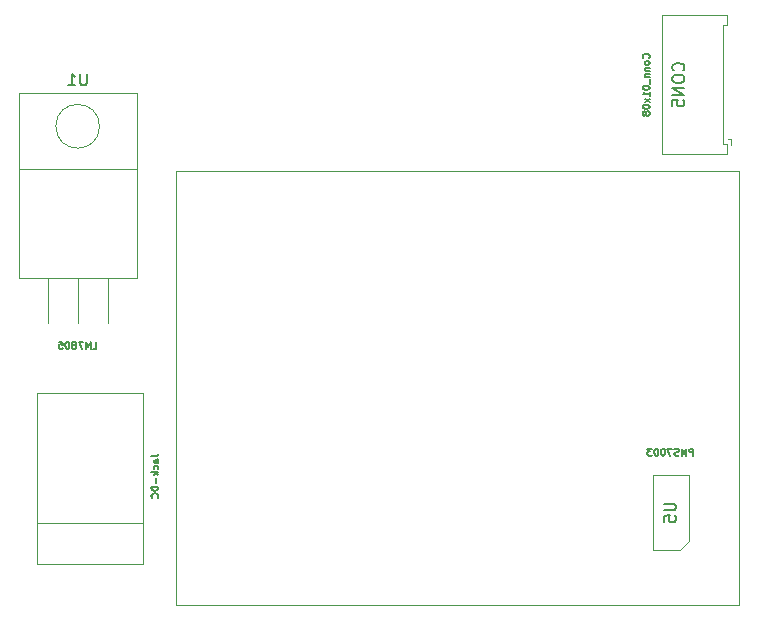
<source format=gbr>
G04 #@! TF.FileFunction,Other,Fab,Bot*
%FSLAX46Y46*%
G04 Gerber Fmt 4.6, Leading zero omitted, Abs format (unit mm)*
G04 Created by KiCad (PCBNEW 4.0.7) date 2018 March 10, Saturday 13:23:40*
%MOMM*%
%LPD*%
G01*
G04 APERTURE LIST*
%ADD10C,0.100000*%
%ADD11C,0.150000*%
G04 APERTURE END LIST*
D10*
X127800000Y-96800000D02*
X80100000Y-96800000D01*
X80100000Y-96800000D02*
X80100000Y-60100000D01*
X80100000Y-60100000D02*
X127800000Y-60100000D01*
X127800000Y-60100000D02*
X127800000Y-96800000D01*
X120475000Y-92175000D02*
X122762500Y-92175000D01*
X122762500Y-92175000D02*
X123525000Y-91412500D01*
X123525000Y-91412500D02*
X123525000Y-85825000D01*
X123525000Y-85825000D02*
X120475000Y-85825000D01*
X120475000Y-85825000D02*
X120475000Y-92175000D01*
X77350000Y-89900000D02*
X68350000Y-89900000D01*
X77350000Y-93400000D02*
X68350000Y-93400000D01*
X68350000Y-93400000D02*
X68350000Y-78900000D01*
X68350000Y-78900000D02*
X77350000Y-78900000D01*
X77350000Y-78900000D02*
X77350000Y-93400000D01*
X126850000Y-57400000D02*
X127150000Y-57400000D01*
X127150000Y-57400000D02*
X127150000Y-57900000D01*
X126450000Y-52775000D02*
X126450000Y-57800000D01*
X126450000Y-57800000D02*
X126750000Y-57800000D01*
X126750000Y-57800000D02*
X126750000Y-58650000D01*
X126750000Y-58650000D02*
X121250000Y-58650000D01*
X121250000Y-58650000D02*
X121250000Y-52775000D01*
X126450000Y-52775000D02*
X126450000Y-47750000D01*
X126450000Y-47750000D02*
X126750000Y-47750000D01*
X126750000Y-47750000D02*
X126750000Y-46900000D01*
X126750000Y-46900000D02*
X121250000Y-46900000D01*
X121250000Y-46900000D02*
X121250000Y-52775000D01*
X76800000Y-59900000D02*
X76800000Y-53500000D01*
X76800000Y-53500000D02*
X66800000Y-53500000D01*
X66800000Y-53500000D02*
X66800000Y-59900000D01*
X66800000Y-59900000D02*
X76800000Y-59900000D01*
X76800000Y-69150000D02*
X76800000Y-59900000D01*
X76800000Y-59900000D02*
X66800000Y-59900000D01*
X66800000Y-59900000D02*
X66800000Y-69150000D01*
X66800000Y-69150000D02*
X76800000Y-69150000D01*
X74340000Y-69150000D02*
X74340000Y-72960000D01*
X71800000Y-69150000D02*
X71800000Y-72960000D01*
X69260000Y-69150000D02*
X69260000Y-72960000D01*
X73650000Y-56300000D02*
G75*
G03X73650000Y-56300000I-1850000J0D01*
G01*
D11*
X123928572Y-84191429D02*
X123928572Y-83591429D01*
X123700000Y-83591429D01*
X123642858Y-83620000D01*
X123614286Y-83648571D01*
X123585715Y-83705714D01*
X123585715Y-83791429D01*
X123614286Y-83848571D01*
X123642858Y-83877143D01*
X123700000Y-83905714D01*
X123928572Y-83905714D01*
X123328572Y-84191429D02*
X123328572Y-83591429D01*
X123128572Y-84020000D01*
X122928572Y-83591429D01*
X122928572Y-84191429D01*
X122671429Y-84162857D02*
X122585715Y-84191429D01*
X122442858Y-84191429D01*
X122385715Y-84162857D01*
X122357144Y-84134286D01*
X122328572Y-84077143D01*
X122328572Y-84020000D01*
X122357144Y-83962857D01*
X122385715Y-83934286D01*
X122442858Y-83905714D01*
X122557144Y-83877143D01*
X122614286Y-83848571D01*
X122642858Y-83820000D01*
X122671429Y-83762857D01*
X122671429Y-83705714D01*
X122642858Y-83648571D01*
X122614286Y-83620000D01*
X122557144Y-83591429D01*
X122414286Y-83591429D01*
X122328572Y-83620000D01*
X122128572Y-83591429D02*
X121728572Y-83591429D01*
X121985715Y-84191429D01*
X121385714Y-83591429D02*
X121328571Y-83591429D01*
X121271428Y-83620000D01*
X121242857Y-83648571D01*
X121214286Y-83705714D01*
X121185714Y-83820000D01*
X121185714Y-83962857D01*
X121214286Y-84077143D01*
X121242857Y-84134286D01*
X121271428Y-84162857D01*
X121328571Y-84191429D01*
X121385714Y-84191429D01*
X121442857Y-84162857D01*
X121471428Y-84134286D01*
X121500000Y-84077143D01*
X121528571Y-83962857D01*
X121528571Y-83820000D01*
X121500000Y-83705714D01*
X121471428Y-83648571D01*
X121442857Y-83620000D01*
X121385714Y-83591429D01*
X120814285Y-83591429D02*
X120757142Y-83591429D01*
X120699999Y-83620000D01*
X120671428Y-83648571D01*
X120642857Y-83705714D01*
X120614285Y-83820000D01*
X120614285Y-83962857D01*
X120642857Y-84077143D01*
X120671428Y-84134286D01*
X120699999Y-84162857D01*
X120757142Y-84191429D01*
X120814285Y-84191429D01*
X120871428Y-84162857D01*
X120899999Y-84134286D01*
X120928571Y-84077143D01*
X120957142Y-83962857D01*
X120957142Y-83820000D01*
X120928571Y-83705714D01*
X120899999Y-83648571D01*
X120871428Y-83620000D01*
X120814285Y-83591429D01*
X120414285Y-83591429D02*
X120042856Y-83591429D01*
X120242856Y-83820000D01*
X120157142Y-83820000D01*
X120099999Y-83848571D01*
X120071428Y-83877143D01*
X120042856Y-83934286D01*
X120042856Y-84077143D01*
X120071428Y-84134286D01*
X120099999Y-84162857D01*
X120157142Y-84191429D01*
X120328570Y-84191429D01*
X120385713Y-84162857D01*
X120414285Y-84134286D01*
X121452381Y-88238095D02*
X122261905Y-88238095D01*
X122357143Y-88285714D01*
X122404762Y-88333333D01*
X122452381Y-88428571D01*
X122452381Y-88619048D01*
X122404762Y-88714286D01*
X122357143Y-88761905D01*
X122261905Y-88809524D01*
X121452381Y-88809524D01*
X121452381Y-89761905D02*
X121452381Y-89285714D01*
X121928571Y-89238095D01*
X121880952Y-89285714D01*
X121833333Y-89380952D01*
X121833333Y-89619048D01*
X121880952Y-89714286D01*
X121928571Y-89761905D01*
X122023810Y-89809524D01*
X122261905Y-89809524D01*
X122357143Y-89761905D01*
X122404762Y-89714286D01*
X122452381Y-89619048D01*
X122452381Y-89380952D01*
X122404762Y-89285714D01*
X122357143Y-89238095D01*
X78021429Y-84242858D02*
X78450000Y-84242858D01*
X78535714Y-84214286D01*
X78592857Y-84157143D01*
X78621429Y-84071429D01*
X78621429Y-84014286D01*
X78621429Y-84785715D02*
X78307143Y-84785715D01*
X78250000Y-84757144D01*
X78221429Y-84700001D01*
X78221429Y-84585715D01*
X78250000Y-84528572D01*
X78592857Y-84785715D02*
X78621429Y-84728572D01*
X78621429Y-84585715D01*
X78592857Y-84528572D01*
X78535714Y-84500001D01*
X78478571Y-84500001D01*
X78421429Y-84528572D01*
X78392857Y-84585715D01*
X78392857Y-84728572D01*
X78364286Y-84785715D01*
X78592857Y-85328572D02*
X78621429Y-85271429D01*
X78621429Y-85157143D01*
X78592857Y-85100001D01*
X78564286Y-85071429D01*
X78507143Y-85042858D01*
X78335714Y-85042858D01*
X78278571Y-85071429D01*
X78250000Y-85100001D01*
X78221429Y-85157143D01*
X78221429Y-85271429D01*
X78250000Y-85328572D01*
X78621429Y-85585715D02*
X78021429Y-85585715D01*
X78392857Y-85642858D02*
X78621429Y-85814287D01*
X78221429Y-85814287D02*
X78450000Y-85585715D01*
X78392857Y-86071429D02*
X78392857Y-86528572D01*
X78621429Y-86814286D02*
X78021429Y-86814286D01*
X78021429Y-86957143D01*
X78050000Y-87042858D01*
X78107143Y-87100000D01*
X78164286Y-87128572D01*
X78278571Y-87157143D01*
X78364286Y-87157143D01*
X78478571Y-87128572D01*
X78535714Y-87100000D01*
X78592857Y-87042858D01*
X78621429Y-86957143D01*
X78621429Y-86814286D01*
X78564286Y-87757143D02*
X78592857Y-87728572D01*
X78621429Y-87642858D01*
X78621429Y-87585715D01*
X78592857Y-87500000D01*
X78535714Y-87442858D01*
X78478571Y-87414286D01*
X78364286Y-87385715D01*
X78278571Y-87385715D01*
X78164286Y-87414286D01*
X78107143Y-87442858D01*
X78050000Y-87500000D01*
X78021429Y-87585715D01*
X78021429Y-87642858D01*
X78050000Y-87728572D01*
X78078571Y-87757143D01*
X120164286Y-50532142D02*
X120192857Y-50503571D01*
X120221429Y-50417857D01*
X120221429Y-50360714D01*
X120192857Y-50274999D01*
X120135714Y-50217857D01*
X120078571Y-50189285D01*
X119964286Y-50160714D01*
X119878571Y-50160714D01*
X119764286Y-50189285D01*
X119707143Y-50217857D01*
X119650000Y-50274999D01*
X119621429Y-50360714D01*
X119621429Y-50417857D01*
X119650000Y-50503571D01*
X119678571Y-50532142D01*
X120221429Y-50874999D02*
X120192857Y-50817857D01*
X120164286Y-50789285D01*
X120107143Y-50760714D01*
X119935714Y-50760714D01*
X119878571Y-50789285D01*
X119850000Y-50817857D01*
X119821429Y-50874999D01*
X119821429Y-50960714D01*
X119850000Y-51017857D01*
X119878571Y-51046428D01*
X119935714Y-51074999D01*
X120107143Y-51074999D01*
X120164286Y-51046428D01*
X120192857Y-51017857D01*
X120221429Y-50960714D01*
X120221429Y-50874999D01*
X119821429Y-51332142D02*
X120221429Y-51332142D01*
X119878571Y-51332142D02*
X119850000Y-51360714D01*
X119821429Y-51417856D01*
X119821429Y-51503571D01*
X119850000Y-51560714D01*
X119907143Y-51589285D01*
X120221429Y-51589285D01*
X119821429Y-51874999D02*
X120221429Y-51874999D01*
X119878571Y-51874999D02*
X119850000Y-51903571D01*
X119821429Y-51960713D01*
X119821429Y-52046428D01*
X119850000Y-52103571D01*
X119907143Y-52132142D01*
X120221429Y-52132142D01*
X120278571Y-52274999D02*
X120278571Y-52732142D01*
X119621429Y-52989285D02*
X119621429Y-53046428D01*
X119650000Y-53103571D01*
X119678571Y-53132142D01*
X119735714Y-53160713D01*
X119850000Y-53189285D01*
X119992857Y-53189285D01*
X120107143Y-53160713D01*
X120164286Y-53132142D01*
X120192857Y-53103571D01*
X120221429Y-53046428D01*
X120221429Y-52989285D01*
X120192857Y-52932142D01*
X120164286Y-52903571D01*
X120107143Y-52874999D01*
X119992857Y-52846428D01*
X119850000Y-52846428D01*
X119735714Y-52874999D01*
X119678571Y-52903571D01*
X119650000Y-52932142D01*
X119621429Y-52989285D01*
X120221429Y-53760714D02*
X120221429Y-53417857D01*
X120221429Y-53589285D02*
X119621429Y-53589285D01*
X119707143Y-53532142D01*
X119764286Y-53475000D01*
X119792857Y-53417857D01*
X120221429Y-53960714D02*
X119821429Y-54275000D01*
X119821429Y-53960714D02*
X120221429Y-54275000D01*
X119621429Y-54617857D02*
X119621429Y-54675000D01*
X119650000Y-54732143D01*
X119678571Y-54760714D01*
X119735714Y-54789285D01*
X119850000Y-54817857D01*
X119992857Y-54817857D01*
X120107143Y-54789285D01*
X120164286Y-54760714D01*
X120192857Y-54732143D01*
X120221429Y-54675000D01*
X120221429Y-54617857D01*
X120192857Y-54560714D01*
X120164286Y-54532143D01*
X120107143Y-54503571D01*
X119992857Y-54475000D01*
X119850000Y-54475000D01*
X119735714Y-54503571D01*
X119678571Y-54532143D01*
X119650000Y-54560714D01*
X119621429Y-54617857D01*
X119878571Y-55160714D02*
X119850000Y-55103572D01*
X119821429Y-55075000D01*
X119764286Y-55046429D01*
X119735714Y-55046429D01*
X119678571Y-55075000D01*
X119650000Y-55103572D01*
X119621429Y-55160714D01*
X119621429Y-55275000D01*
X119650000Y-55332143D01*
X119678571Y-55360714D01*
X119735714Y-55389286D01*
X119764286Y-55389286D01*
X119821429Y-55360714D01*
X119850000Y-55332143D01*
X119878571Y-55275000D01*
X119878571Y-55160714D01*
X119907143Y-55103572D01*
X119935714Y-55075000D01*
X119992857Y-55046429D01*
X120107143Y-55046429D01*
X120164286Y-55075000D01*
X120192857Y-55103572D01*
X120221429Y-55160714D01*
X120221429Y-55275000D01*
X120192857Y-55332143D01*
X120164286Y-55360714D01*
X120107143Y-55389286D01*
X119992857Y-55389286D01*
X119935714Y-55360714D01*
X119907143Y-55332143D01*
X119878571Y-55275000D01*
X123057143Y-51560715D02*
X123104762Y-51513096D01*
X123152381Y-51370239D01*
X123152381Y-51275001D01*
X123104762Y-51132143D01*
X123009524Y-51036905D01*
X122914286Y-50989286D01*
X122723810Y-50941667D01*
X122580952Y-50941667D01*
X122390476Y-50989286D01*
X122295238Y-51036905D01*
X122200000Y-51132143D01*
X122152381Y-51275001D01*
X122152381Y-51370239D01*
X122200000Y-51513096D01*
X122247619Y-51560715D01*
X122152381Y-52179762D02*
X122152381Y-52370239D01*
X122200000Y-52465477D01*
X122295238Y-52560715D01*
X122485714Y-52608334D01*
X122819048Y-52608334D01*
X123009524Y-52560715D01*
X123104762Y-52465477D01*
X123152381Y-52370239D01*
X123152381Y-52179762D01*
X123104762Y-52084524D01*
X123009524Y-51989286D01*
X122819048Y-51941667D01*
X122485714Y-51941667D01*
X122295238Y-51989286D01*
X122200000Y-52084524D01*
X122152381Y-52179762D01*
X123152381Y-53036905D02*
X122152381Y-53036905D01*
X123152381Y-53608334D01*
X122152381Y-53608334D01*
X122152381Y-54560715D02*
X122152381Y-54084524D01*
X122628571Y-54036905D01*
X122580952Y-54084524D01*
X122533333Y-54179762D01*
X122533333Y-54417858D01*
X122580952Y-54513096D01*
X122628571Y-54560715D01*
X122723810Y-54608334D01*
X122961905Y-54608334D01*
X123057143Y-54560715D01*
X123104762Y-54513096D01*
X123152381Y-54417858D01*
X123152381Y-54179762D01*
X123104762Y-54084524D01*
X123057143Y-54036905D01*
X73100001Y-75131429D02*
X73385715Y-75131429D01*
X73385715Y-74531429D01*
X72900001Y-75131429D02*
X72900001Y-74531429D01*
X72700001Y-74960000D01*
X72500001Y-74531429D01*
X72500001Y-75131429D01*
X72271430Y-74531429D02*
X71871430Y-74531429D01*
X72128573Y-75131429D01*
X71557144Y-74788571D02*
X71614286Y-74760000D01*
X71642858Y-74731429D01*
X71671429Y-74674286D01*
X71671429Y-74645714D01*
X71642858Y-74588571D01*
X71614286Y-74560000D01*
X71557144Y-74531429D01*
X71442858Y-74531429D01*
X71385715Y-74560000D01*
X71357144Y-74588571D01*
X71328572Y-74645714D01*
X71328572Y-74674286D01*
X71357144Y-74731429D01*
X71385715Y-74760000D01*
X71442858Y-74788571D01*
X71557144Y-74788571D01*
X71614286Y-74817143D01*
X71642858Y-74845714D01*
X71671429Y-74902857D01*
X71671429Y-75017143D01*
X71642858Y-75074286D01*
X71614286Y-75102857D01*
X71557144Y-75131429D01*
X71442858Y-75131429D01*
X71385715Y-75102857D01*
X71357144Y-75074286D01*
X71328572Y-75017143D01*
X71328572Y-74902857D01*
X71357144Y-74845714D01*
X71385715Y-74817143D01*
X71442858Y-74788571D01*
X70957143Y-74531429D02*
X70900000Y-74531429D01*
X70842857Y-74560000D01*
X70814286Y-74588571D01*
X70785715Y-74645714D01*
X70757143Y-74760000D01*
X70757143Y-74902857D01*
X70785715Y-75017143D01*
X70814286Y-75074286D01*
X70842857Y-75102857D01*
X70900000Y-75131429D01*
X70957143Y-75131429D01*
X71014286Y-75102857D01*
X71042857Y-75074286D01*
X71071429Y-75017143D01*
X71100000Y-74902857D01*
X71100000Y-74760000D01*
X71071429Y-74645714D01*
X71042857Y-74588571D01*
X71014286Y-74560000D01*
X70957143Y-74531429D01*
X70214286Y-74531429D02*
X70500000Y-74531429D01*
X70528571Y-74817143D01*
X70500000Y-74788571D01*
X70442857Y-74760000D01*
X70300000Y-74760000D01*
X70242857Y-74788571D01*
X70214286Y-74817143D01*
X70185714Y-74874286D01*
X70185714Y-75017143D01*
X70214286Y-75074286D01*
X70242857Y-75102857D01*
X70300000Y-75131429D01*
X70442857Y-75131429D01*
X70500000Y-75102857D01*
X70528571Y-75074286D01*
X72561905Y-51832381D02*
X72561905Y-52641905D01*
X72514286Y-52737143D01*
X72466667Y-52784762D01*
X72371429Y-52832381D01*
X72180952Y-52832381D01*
X72085714Y-52784762D01*
X72038095Y-52737143D01*
X71990476Y-52641905D01*
X71990476Y-51832381D01*
X70990476Y-52832381D02*
X71561905Y-52832381D01*
X71276191Y-52832381D02*
X71276191Y-51832381D01*
X71371429Y-51975238D01*
X71466667Y-52070476D01*
X71561905Y-52118095D01*
M02*

</source>
